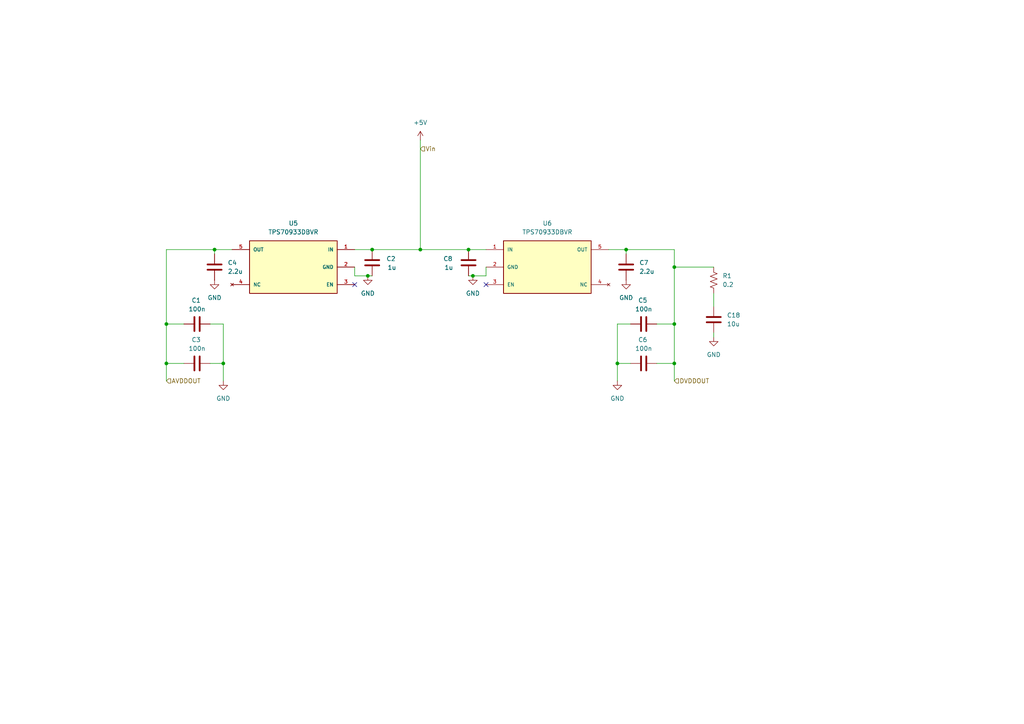
<source format=kicad_sch>
(kicad_sch (version 20250114) (generator "eeschema") (generator_version "9.0")
  (paper "A4")
  (lib_symbols
    (symbol "Device:C" (pin_numbers (hide yes)) (pin_names (offset 0.254))
      (property "Reference" "C" (at 0.635 2.54 0))
      (property "Value" "C" (at 0.635 -2.54 0))
      (symbol "C_0_1"
        (polyline (pts (xy -2.032 0.762) (xy 2.032 0.762)) (stroke (width 0.508)))
        (polyline (pts (xy -2.032 -0.762) (xy 2.032 -0.762)) (stroke (width 0.508)))
      )
      (symbol "C_1_1"
        (pin passive line (at 0 3.81 270) (length 2.794) (name "~") (number "1"))
        (pin passive line (at 0 -3.81 90) (length 2.794) (name "~") (number "2"))
      )
    )
    (symbol "Device:R_US" (pin_numbers (hide yes)) (pin_names (offset 0))
      (property "Reference" "R" (at 2.54 0 90))
      (property "Value" "R_US" (at -2.54 0 90))
      (symbol "R_US_0_1"
        (polyline (pts (xy 0 2.286) (xy 0 2.54)))
        (polyline (pts (xy 0 2.286) (xy 1.016 1.905) (xy 0 1.524) (xy -1.016 1.143) (xy 0 0.762)))
        (polyline (pts (xy 0 0.762) (xy 1.016 0.381) (xy 0 0) (xy -1.016 -0.381) (xy 0 -0.762)))
        (polyline (pts (xy 0 -0.762) (xy 1.016 -1.143) (xy 0 -1.524) (xy -1.016 -1.905) (xy 0 -2.286)))
        (polyline (pts (xy 0 -2.286) (xy 0 -2.54)))
      )
      (symbol "R_US_1_1"
        (pin passive line (at 0 3.81 270) (length 1.27) (name "~") (number "1"))
        (pin passive line (at 0 -3.81 90) (length 1.27) (name "~") (number "2"))
      )
    )
    (symbol "TPS70933DBVR_1" (pin_names (offset 1.016))
      (property "Reference" "U" (at -12.7 8.382 0))
      (property "Value" "TPS70933DBVR" (at -12.7 -10.16 0))
      (symbol "TPS70933DBVR_1_0_0"
        (rectangle (start -12.7 -7.62) (end 12.7 7.62) (stroke (width 0.254)) (fill (type background)))
        (pin input line (at -17.78 5.08 0) (length 5.08) (name "IN") (number "1"))
        (pin power_in line (at -17.78 0 0) (length 5.08) (name "GND") (number "2"))
        (pin input line (at -17.78 -5.08 0) (length 5.08) (name "EN") (number "3"))
        (pin output line (at 17.78 5.08 180) (length 5.08) (name "OUT") (number "5"))
        (pin no_connect line (at 17.78 -5.08 180) (length 5.08) (name "NC") (number "4"))
      )
    )
    (symbol "power:+5V" (power) (pin_numbers (hide yes)) (pin_names (offset 0) (hide yes))
      (property "Value" "+5V" (at 0 3.556 0))
      (symbol "+5V_0_1"
        (polyline (pts (xy -0.762 1.27) (xy 0 2.54)))
        (polyline (pts (xy 0 2.54) (xy 0.762 1.27)))
        (polyline (pts (xy 0 0) (xy 0 2.54)))
      )
      (symbol "+5V_1_1"
        (pin power_in line (at 0 0 90) (length 0) (name "~") (number "1"))
      )
    )
    (symbol "power:GND" (power) (pin_numbers (hide yes)) (pin_names (offset 0) (hide yes))
      (property "Value" "GND" (at 0 -3.81 0))
      (symbol "GND_0_1"
        (polyline (pts (xy 0 0) (xy 0 -1.27) (xy 1.27 -1.27) (xy 0 -2.54) (xy -1.27 -1.27) (xy 0 -1.27)))
      )
      (symbol "GND_1_1"
        (pin power_in line (at 0 0 270) (length 0) (name "~") (number "1"))
      )
    )
  )
  (junction (at 195.58 77.47))
  (junction (at 64.77 105.41))
  (junction (at 48.26 105.41))
  (junction (at 137.16 80.01))
  (junction (at 195.58 93.98))
  (junction (at 106.68 80.01))
  (junction (at 195.58 105.41))
  (junction (at 181.61 72.39))
  (junction (at 121.92 72.39))
  (junction (at 135.89 72.39))
  (junction (at 107.95 72.39))
  (junction (at 62.23 72.39))
  (junction (at 48.26 93.98))
  (junction (at 179.07 105.41))
  (no_connect (at 102.87 82.55))
  (no_connect (at 140.97 82.55))
  (wire (pts (xy 48.26 72.39) (xy 62.23 72.39)))
  (wire (pts (xy 181.61 72.39) (xy 181.61 73.66)))
  (wire (pts (xy 48.26 105.41) (xy 53.34 105.41)))
  (wire (pts (xy 48.26 93.98) (xy 53.34 93.98)))
  (wire (pts (xy 179.07 93.98) (xy 179.07 105.41)))
  (wire (pts (xy 48.26 72.39) (xy 48.26 93.98)))
  (wire (pts (xy 181.61 72.39) (xy 176.53 72.39)))
  (wire (pts (xy 64.77 105.41) (xy 64.77 110.49)))
  (wire (pts (xy 60.96 93.98) (xy 64.77 93.98)))
  (wire (pts (xy 107.95 80.01) (xy 106.68 80.01)))
  (wire (pts (xy 140.97 80.01) (xy 140.97 77.47)))
  (wire (pts (xy 48.26 93.98) (xy 48.26 105.41)))
  (wire (pts (xy 107.95 72.39) (xy 121.92 72.39)))
  (wire (pts (xy 102.87 72.39) (xy 107.95 72.39)))
  (wire (pts (xy 135.89 80.01) (xy 137.16 80.01)))
  (wire (pts (xy 106.68 80.01) (xy 102.87 80.01)))
  (wire (pts (xy 207.01 97.79) (xy 207.01 96.52)))
  (wire (pts (xy 121.92 40.64) (xy 121.92 72.39)))
  (wire (pts (xy 179.07 105.41) (xy 179.07 110.49)))
  (wire (pts (xy 195.58 93.98) (xy 195.58 105.41)))
  (wire (pts (xy 195.58 72.39) (xy 195.58 77.47)))
  (wire (pts (xy 195.58 72.39) (xy 181.61 72.39)))
  (wire (pts (xy 207.01 85.09) (xy 207.01 88.9)))
  (wire (pts (xy 121.92 72.39) (xy 135.89 72.39)))
  (wire (pts (xy 195.58 105.41) (xy 190.5 105.41)))
  (wire (pts (xy 137.16 80.01) (xy 140.97 80.01)))
  (wire (pts (xy 102.87 80.01) (xy 102.87 77.47)))
  (wire (pts (xy 60.96 105.41) (xy 64.77 105.41)))
  (wire (pts (xy 182.88 93.98) (xy 179.07 93.98)))
  (wire (pts (xy 64.77 93.98) (xy 64.77 105.41)))
  (wire (pts (xy 182.88 105.41) (xy 179.07 105.41)))
  (wire (pts (xy 195.58 105.41) (xy 195.58 110.49)))
  (wire (pts (xy 135.89 72.39) (xy 140.97 72.39)))
  (wire (pts (xy 62.23 72.39) (xy 62.23 73.66)))
  (wire (pts (xy 48.26 105.41) (xy 48.26 110.49)))
  (wire (pts (xy 195.58 77.47) (xy 207.01 77.47)))
  (wire (pts (xy 62.23 72.39) (xy 67.31 72.39)))
  (wire (pts (xy 195.58 77.47) (xy 195.58 93.98)))
  (wire (pts (xy 195.58 93.98) (xy 190.5 93.98)))
  (hierarchical_label "Vin" (shape input) (at 121.92 43.18 0))
  (hierarchical_label "AVDDOUT" (shape input) (at 48.26 110.49 0))
  (hierarchical_label "DVDDOUT" (shape input) (at 195.58 110.49 0))
  (symbol (lib_id "Device:C") (at 181.61 77.47 0) (unit 1)
    (property "Reference" "C7" (at 185.42 76.1999 0) (effects (justify left)))
    (property "Value" "2.2u" (at 185.42 78.7399 0) (effects (justify left)))
    (property "Footprint" "Capacitor_SMD:C_1206_3216Metric" (effects (hide yes)))
    (property "Datasheet" "https://mm.digikey.com/Volume0/opasdata/d220001/medias/docus/503/CL31B225KBHNNNE_Character.pdf" (effects (hide yes)))
    (property "Description" "Unpolarized capacitor" (effects (hide yes)))
    (property "DigiKey" "https://www.digikey.com/en/products/detail/samsung-electro-mechanics/CL31B225KBHNNNE/3886949" (effects (hide yes)))
  )
  (symbol (lib_id "power:GND") (at 181.61 81.28 0) (unit 1)
    (property "Reference" "#PWR012" (effects (hide yes)))
    (property "Value" "GND" (at 181.61 86.36 0))
    (property "Description" "Power symbol creates a global label with name \"GND\" , ground" (effects (hide yes)))
  )
  (symbol (lib_id "Device:C") (at 186.69 93.98 270) (unit 1)
    (property "Reference" "C5" (at 186.436 87.122 90))
    (property "Value" "100n" (at 186.69 89.662 90))
    (property "Footprint" "Capacitor_SMD:C_0603_1608Metric" (effects (hide yes)))
    (property "Datasheet" "https://mm.digikey.com/Volume0/opasdata/d220001/medias/docus/609/CL10B104KB8NNNC_Spec.pdf" (effects (hide yes)))
    (property "Description" "Unpolarized capacitor" (effects (hide yes)))
    (property "DigiKey" "https://www.digikey.com/en/products/detail/samsung-electro-mechanics/CL10B104KB8NNNC/3886658" (effects (hide yes)))
  )
  (symbol (lib_id "power:GND") (at 64.77 110.49 0) (unit 1)
    (property "Reference" "#PWR010" (effects (hide yes)))
    (property "Value" "GND" (at 64.77 115.57 0))
    (property "Description" "Power symbol creates a global label with name \"GND\" , ground" (effects (hide yes)))
  )
  (symbol (lib_id "power:GND") (at 106.68 80.01 0) (unit 1)
    (property "Reference" "#PWR02" (effects (hide yes)))
    (property "Value" "GND" (at 106.68 85.09 0))
    (property "Description" "Power symbol creates a global label with name \"GND\" , ground" (effects (hide yes)))
  )
  (symbol (lib_id "power:GND") (at 62.23 81.28 0) (unit 1)
    (property "Reference" "#PWR011" (effects (hide yes)))
    (property "Value" "GND" (at 62.23 86.36 0))
    (property "Description" "Power symbol creates a global label with name \"GND\" , ground" (effects (hide yes)))
  )
  (symbol (lib_id "power:GND") (at 207.01 97.79 0) (mirror y) (unit 1)
    (property "Reference" "#PWR021" (effects (hide yes)))
    (property "Value" "GND" (at 207.01 102.87 0))
    (property "Description" "Power symbol creates a global label with name \"GND\" , ground" (effects (hide yes)))
  )
  (symbol (lib_id "Device:R_US") (at 207.01 81.28 0) (unit 1)
    (property "Reference" "R1" (at 209.55 80.0099 0) (effects (justify left)))
    (property "Value" "0.2" (at 209.55 82.5499 0) (effects (justify left)))
    (property "Footprint" "Resistor_SMD:R_0603_1608Metric" (effects (hide yes)))
    (property "Datasheet" "https://www.vishay.com/docs/20019/rcwe.pdf" (effects (hide yes)))
    (property "Description" "Resistor, US symbol" (effects (hide yes)))
    (property "DigiKey" "https://www.digikey.com/en/products/detail/vishay-dale/RCWE0603R200FKEA/2276454" (effects (hide yes)))
  )
  (symbol (lib_id "Device:C") (at 57.15 105.41 270) (unit 1)
    (property "Reference" "C3" (at 56.896 98.552 90))
    (property "Value" "100n" (at 57.15 101.092 90))
    (property "Footprint" "Capacitor_SMD:C_0603_1608Metric" (effects (hide yes)))
    (property "Datasheet" "https://mm.digikey.com/Volume0/opasdata/d220001/medias/docus/609/CL10B104KB8NNNC_Spec.pdf" (effects (hide yes)))
    (property "Description" "Unpolarized capacitor" (effects (hide yes)))
    (property "DigiKey" "https://www.digikey.com/en/products/detail/samsung-electro-mechanics/CL10B104KB8NNNC/3886658" (effects (hide yes)))
  )
  (symbol (lib_id "Device:C") (at 107.95 76.2 180) (unit 1)
    (property "Reference" "C2" (at 113.411 75.057 0))
    (property "Value" "1u" (at 113.665 77.597 0))
    (property "Footprint" "Capacitor_SMD:C_0805_2012Metric" (effects (hide yes)))
    (property "Datasheet" "https://mm.digikey.com/Volume0/opasdata/d220001/medias/docus/3713/CL21Y105KCYVPNE_DS.pdf" (effects (hide yes)))
    (property "Description" "Unpolarized capacitor" (effects (hide yes)))
    (property "DigiKey" "https://www.digikey.com/en/products/detail/samsung-electro-mechanics/CL21Y105KCYVPNE/14565404" (effects (hide yes)))
  )
  (symbol (lib_name "TPS70933DBVR_1") (lib_id "TPS70933DBVR:TPS70933DBVR") (at 85.09 77.47 0) (mirror y) (unit 1)
    (property "Reference" "U5" (at 85.09 64.77 0))
    (property "Value" "TPS70933DBVR" (at 85.09 67.31 0))
    (property "Footprint" "TPS70933DBVR:DBV5_TEX" (effects (hide yes)))
    (property "Datasheet" "https://www.ti.com/lit/ds/symlink/tps709.pdf?HQS=dis-dk-null-digikeymode-dsf-pf-null-wwe&ts=1761222823656" (effects (hide yes)))
    (property "MAXIMUM_PACKAGE_HEIGHT" "1.45mm" (effects (hide yes)))
    (property "CREATOR" "ANA" (effects (hide yes)))
    (property "STANDARD" "IPC-7351B" (effects (hide yes)))
    (property "PARTREV" "H" (effects (hide yes)))
    (property "VERIFIER" "RODRIGO" (effects (hide yes)))
    (property "MANUFACTURER" "Texas Instruments" (effects (hide yes)))
    (property "DigiKey" "https://www.digikey.com/en/products/detail/texas-instruments/TPS70933DBVR/3767568?msockid=128e8e655193667d39a29db6508167d6" (effects (hide yes)))
  )
  (symbol (lib_id "power:+5V") (at 121.92 40.64 0) (unit 1)
    (property "Reference" "#PWR020" (effects (hide yes)))
    (property "Value" "+5V" (at 121.92 35.56 0))
    (property "Description" "Power symbol creates a global label with name \"+5V\"" (effects (hide yes)))
  )
  (symbol (lib_name "TPS70933DBVR_1") (lib_id "TPS70933DBVR:TPS70933DBVR") (at 158.75 77.47 0) (unit 1)
    (property "Reference" "U6" (at 158.75 64.77 0))
    (property "Value" "TPS70933DBVR" (at 158.75 67.31 0))
    (property "Footprint" "TPS70933DBVR:DBV5_TEX" (effects (hide yes)))
    (property "Datasheet" "https://www.ti.com/lit/ds/symlink/tps709.pdf?HQS=dis-dk-null-digikeymode-dsf-pf-null-wwe&ts=1761222823656" (effects (hide yes)))
    (property "MAXIMUM_PACKAGE_HEIGHT" "1.45mm" (effects (hide yes)))
    (property "CREATOR" "ANA" (effects (hide yes)))
    (property "STANDARD" "IPC-7351B" (effects (hide yes)))
    (property "PARTREV" "H" (effects (hide yes)))
    (property "VERIFIER" "RODRIGO" (effects (hide yes)))
    (property "MANUFACTURER" "Texas Instruments" (effects (hide yes)))
    (property "DigiKey" "https://www.digikey.com/en/products/detail/texas-instruments/TPS70933DBVR/3767568?msockid=128e8e655193667d39a29db6508167d6" (effects (hide yes)))
  )
  (symbol (lib_id "Device:C") (at 135.89 76.2 0) (unit 1)
    (property "Reference" "C8" (at 129.921 75.057 0))
    (property "Value" "1u" (at 130.175 77.597 0))
    (property "Footprint" "Capacitor_SMD:C_0805_2012Metric" (effects (hide yes)))
    (property "Datasheet" "https://mm.digikey.com/Volume0/opasdata/d220001/medias/docus/3713/CL21Y105KCYVPNE_DS.pdf" (effects (hide yes)))
    (property "Description" "Unpolarized capacitor" (effects (hide yes)))
    (property "DigiKey" "https://www.digikey.com/en/products/detail/samsung-electro-mechanics/CL21Y105KCYVPNE/14565404" (effects (hide yes)))
  )
  (symbol (lib_id "Device:C") (at 57.15 93.98 270) (unit 1)
    (property "Reference" "C1" (at 56.896 87.122 90))
    (property "Value" "100n" (at 57.15 89.662 90))
    (property "Footprint" "Capacitor_SMD:C_0603_1608Metric" (effects (hide yes)))
    (property "Datasheet" "https://mm.digikey.com/Volume0/opasdata/d220001/medias/docus/609/CL10B104KB8NNNC_Spec.pdf" (effects (hide yes)))
    (property "Description" "Unpolarized capacitor" (effects (hide yes)))
    (property "DigiKey" "https://www.digikey.com/en/products/detail/samsung-electro-mechanics/CL10B104KB8NNNC/3886658" (effects (hide yes)))
  )
  (symbol (lib_id "power:GND") (at 137.16 80.01 0) (unit 1)
    (property "Reference" "#PWR06" (effects (hide yes)))
    (property "Value" "GND" (at 137.16 85.09 0))
    (property "Description" "Power symbol creates a global label with name \"GND\" , ground" (effects (hide yes)))
  )
  (symbol (lib_id "power:GND") (at 179.07 110.49 0) (mirror y) (unit 1)
    (property "Reference" "#PWR09" (effects (hide yes)))
    (property "Value" "GND" (at 179.07 115.57 0))
    (property "Description" "Power symbol creates a global label with name \"GND\" , ground" (effects (hide yes)))
  )
  (symbol (lib_id "Device:C") (at 186.69 105.41 270) (unit 1)
    (property "Reference" "C6" (at 186.436 98.552 90))
    (property "Value" "100n" (at 186.69 101.092 90))
    (property "Footprint" "Capacitor_SMD:C_0603_1608Metric" (effects (hide yes)))
    (property "Datasheet" "https://mm.digikey.com/Volume0/opasdata/d220001/medias/docus/609/CL10B104KB8NNNC_Spec.pdf" (effects (hide yes)))
    (property "Description" "Unpolarized capacitor" (effects (hide yes)))
    (property "DigiKey" "https://www.digikey.com/en/products/detail/samsung-electro-mechanics/CL10B104KB8NNNC/3886658" (effects (hide yes)))
  )
  (symbol (lib_id "Device:C") (at 62.23 77.47 0) (unit 1)
    (property "Reference" "C4" (at 66.04 76.1999 0) (effects (justify left)))
    (property "Value" "2.2u" (at 66.04 78.7399 0) (effects (justify left)))
    (property "Footprint" "Capacitor_SMD:C_1206_3216Metric" (effects (hide yes)))
    (property "Datasheet" "https://mm.digikey.com/Volume0/opasdata/d220001/medias/docus/503/CL31B225KBHNNNE_Character.pdf" (effects (hide yes)))
    (property "Description" "Unpolarized capacitor" (effects (hide yes)))
    (property "DigiKey" "https://www.digikey.com/en/products/detail/samsung-electro-mechanics/CL31B225KBHNNNE/3886949" (effects (hide yes)))
  )
  (symbol (lib_id "Device:C") (at 207.01 92.71 0) (unit 1)
    (property "Reference" "C18" (at 210.82 91.4399 0) (effects (justify left)))
    (property "Value" "10u" (at 210.82 93.9799 0) (effects (justify left)))
    (property "Footprint" "Capacitor_SMD:C_1210_3225Metric" (effects (hide yes)))
    (property "Datasheet" "https://mm.digikey.com/Volume0/opasdata/d220001/medias/docus/2124/CL32B106KMVNNWE_Spec.pdf" (effects (hide yes)))
    (property "Description" "Unpolarized capacitor" (effects (hide yes)))
    (property "DigiKey" "https://www.digikey.com/en/products/detail/samsung-electro-mechanics/CL32B106KMVNNWE/7320558?s=N4IgjCBcpgLFoDGUBmBDANgZwKYBoQB7KAbRACYA2ABkoFYIBdAgBwBcoQBlNgJwEsAdgHMQAXwJhKCEMkjps%2BIqRAAOWLBohmIdpx4CR4guWqwAnDLkLcBYpDJhqAAgCtAMW2sOkEAFVBfjYAeRQAWRw0LABXXhxjEABacisoPmilezI6bQkky2hZNN4MuxUAZhBJXIJEiELrTFtlB3ByAHZpRjEeoA" (effects (hide yes)))
  )
)
</source>
